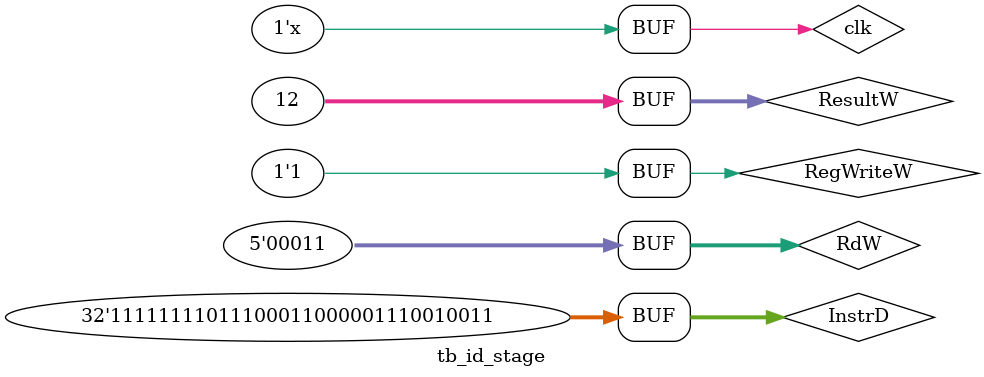
<source format=sv>
`timescale 1ns / 1ps


module tb_id_stage();
logic        clk, RegWriteW;
logic [31:0] InstrD;
logic  [1:0] ImmSrcD;
logic [31:0] ResultW;
logic  [4:0] RdW;
logic [31:0] RD1D, RD2D, ImmExtD;

id_stage dut(clk, RegWriteW, InstrD, ImmSrcD, ResultW, RdW, RD1D, RD2D, ImmExtD);

always #5 clk=~clk;

initial begin
clk=0;
RegWriteW=1;
#10
InstrD=32'h00500113;
#10
InstrD=32'h00C00193;
RdW=5'd3;
ResultW=32'd12;
#10
InstrD=32'hFF718393;


end

endmodule

</source>
